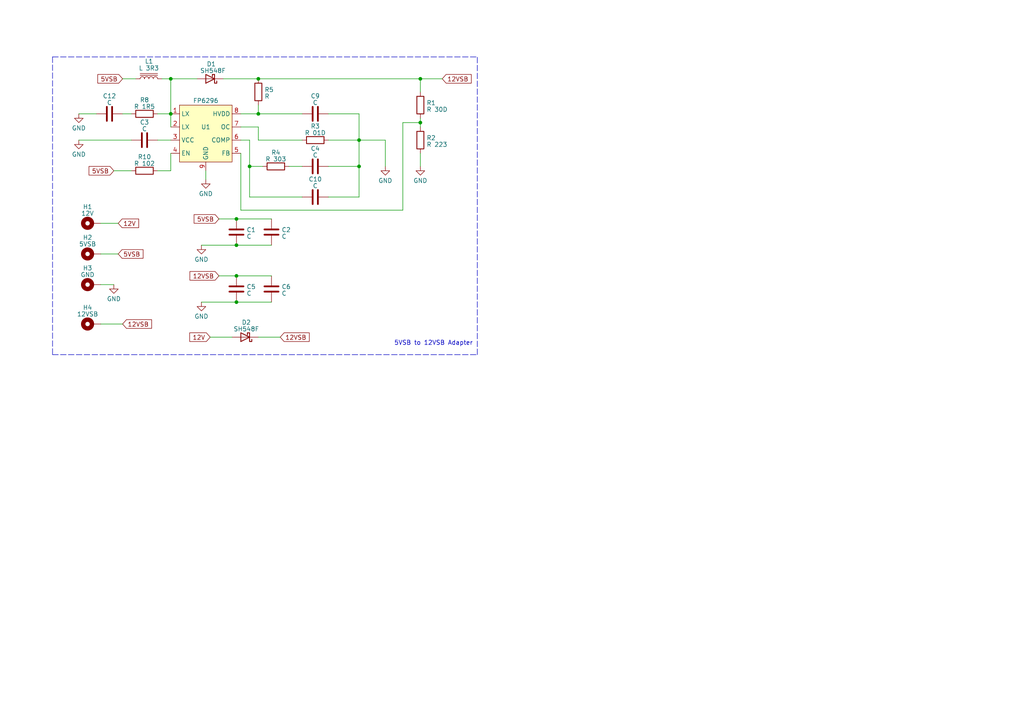
<source format=kicad_sch>
(kicad_sch (version 20230121) (generator eeschema)
  (paper "A4")
  (lib_symbols
    (symbol "12VSB Library:FP6296"
      (property "Reference" "U" (at 0 8.89 0))
      (symbol "FP6296_1_1"
        (rectangle (start -7.62 7.62) (end 7.62 -8.89) (fill (type background)))
        (pin passive line (at -10.16 5.08 0) (length 2.54) (name "LX") (number "1"))
        (pin passive line (at -10.16 1.27 0) (length 2.54) (name "LX") (number "2"))
        (pin passive line (at -10.16 -2.54 0) (length 2.54) (name "VCC") (number "3"))
        (pin passive line (at -10.16 -6.35 0) (length 2.54) (name "EN") (number "4"))
        (pin passive line (at 10.16 -6.35 180) (length 2.54) (name "FB") (number "5"))
        (pin passive line (at 10.16 -2.54 180) (length 2.54) (name "COMP") (number "6"))
        (pin passive line (at 10.16 1.27 180) (length 2.54) (name "OC") (number "7"))
        (pin passive line (at 10.16 5.08 180) (length 2.54) (name "HVDD") (number "8"))
        (pin passive line (at 0 -11.43 90) (length 2.54) (name "GND") (number "9"))
      )
    )
    (symbol "Device:C" (pin_numbers hide) (pin_names (offset 0.254))
      (property "Reference" "C" (at 0.635 2.54 0))
      (property "Value" "C" (at 0.635 -2.54 0))
      (symbol "C_0_1"
        (polyline (pts (xy -2.032 -0.762) (xy 2.032 -0.762)) (stroke (width 0.508)))
        (polyline (pts (xy -2.032 0.762) (xy 2.032 0.762)) (stroke (width 0.508)))
      )
      (symbol "C_1_1"
        (pin passive line (at 0 3.81 270) (length 2.794) (name "~") (number "1"))
        (pin passive line (at 0 -3.81 90) (length 2.794) (name "~") (number "2"))
      )
    )
    (symbol "Device:L_Iron" (pin_numbers hide) (pin_names (offset 1.016) hide)
      (property "Reference" "L" (at -1.27 0 90))
      (property "Value" "L_Iron" (at 2.794 0 90))
      (symbol "L_Iron_0_1"
        (arc (start 0 -2.54) (mid 0.6323 -1.905) (end 0 -1.27))
        (arc (start 0 -1.27) (mid 0.6323 -0.635) (end 0 0))
        (polyline (pts (xy 1.016 2.54) (xy 1.016 -2.54)))
        (polyline (pts (xy 1.524 -2.54) (xy 1.524 2.54)))
        (arc (start 0 0) (mid 0.6323 0.635) (end 0 1.27))
        (arc (start 0 1.27) (mid 0.6323 1.905) (end 0 2.54))
      )
      (symbol "L_Iron_1_1"
        (pin passive line (at 0 3.81 270) (length 1.27) (name "1") (number "1"))
        (pin passive line (at 0 -3.81 90) (length 1.27) (name "2") (number "2"))
      )
    )
    (symbol "Device:R" (pin_numbers hide) (pin_names (offset 0))
      (property "Reference" "R" (at 2.032 0 90))
      (property "Value" "R" (at 0 0 90))
      (symbol "R_0_1"
        (rectangle (start -1.016 -2.54) (end 1.016 2.54) (stroke (width 0.254)))
      )
      (symbol "R_1_1"
        (pin passive line (at 0 3.81 270) (length 1.27) (name "~") (number "1"))
        (pin passive line (at 0 -3.81 90) (length 1.27) (name "~") (number "2"))
      )
    )
    (symbol "Diode:1N5712" (pin_numbers hide) (pin_names (offset 1.016) hide)
      (property "Reference" "D" (at 0 2.54 0))
      (property "Value" "1N5712" (at 0 -2.54 0))
      (symbol "1N5712_0_1"
        (polyline (pts (xy 1.27 0) (xy -1.27 0)))
        (polyline (pts (xy 1.27 1.27) (xy 1.27 -1.27) (xy -1.27 0) (xy 1.27 1.27)) (stroke (width 0.254)))
        (polyline (pts (xy -1.905 0.635) (xy -1.905 1.27) (xy -1.27 1.27) (xy -1.27 -1.27) (xy -0.635 -1.27) (xy -0.635 -0.635)) (stroke (width 0.254)))
      )
      (symbol "1N5712_1_1"
        (pin passive line (at -3.81 0 0) (length 2.54) (name "K") (number "1"))
        (pin passive line (at 3.81 0 180) (length 2.54) (name "A") (number "2"))
      )
    )
    (symbol "Mechanical:MountingHole_Pad" (pin_numbers hide) (pin_names (offset 1.016) hide)
      (property "Reference" "H" (at 0 6.35 0))
      (property "Value" "MountingHole_Pad" (at 0 4.445 0))
      (symbol "MountingHole_Pad_0_1"
        (circle (center 0 1.27) (radius 1.27) (stroke (width 1.27)))
      )
      (symbol "MountingHole_Pad_1_1"
        (pin input line (at 0 -2.54 90) (length 2.54) (name "1") (number "1"))
      )
    )
    (symbol "power:GND" (power) (pin_names (offset 0))
      (property "Value" "GND" (at 0 -3.81 0))
      (symbol "GND_0_1"
        (polyline (pts (xy 0 0) (xy 0 -1.27) (xy 1.27 -1.27) (xy 0 -2.54) (xy -1.27 -1.27) (xy 0 -1.27)))
      )
      (symbol "GND_1_1"
        (pin power_in line (at 0 0 270) (length 0) hide (name "GND") (number "1"))
      )
    )
  )
  (junction (at 68.58 63.5))
  (junction (at 104.14 48.26))
  (junction (at 121.92 22.86))
  (junction (at 68.58 87.63))
  (junction (at 68.58 71.12))
  (junction (at 49.53 33.02))
  (junction (at 104.14 40.64))
  (junction (at 49.53 22.86))
  (junction (at 74.93 22.86))
  (junction (at 121.92 35.56))
  (junction (at 74.93 33.02))
  (junction (at 68.58 80.01))
  (junction (at 72.39 48.26))
  (wire (pts (xy 121.92 44.45) (xy 121.92 48.26)))
  (wire (pts (xy 22.86 40.64) (xy 38.1 40.64)))
  (wire (pts (xy 95.25 33.02) (xy 104.14 33.02)))
  (wire (pts (xy 29.21 64.77) (xy 34.29 64.77)))
  (wire (pts (xy 121.92 35.56) (xy 121.92 34.29)))
  (wire (pts (xy 29.21 73.66) (xy 34.29 73.66)))
  (wire (pts (xy 68.58 80.01) (xy 78.74 80.01)))
  (wire (pts (xy 68.58 87.63) (xy 78.74 87.63)))
  (wire (pts (xy 72.39 40.64) (xy 72.39 48.26)))
  (wire (pts (xy 74.93 97.79) (xy 81.28 97.79)))
  (wire (pts (xy 68.58 71.12) (xy 78.74 71.12)))
  (wire (pts (xy 49.53 22.86) (xy 57.15 22.86)))
  (wire (pts (xy 116.84 35.56) (xy 121.92 35.56)))
  (wire (pts (xy 69.85 40.64) (xy 72.39 40.64)))
  (wire (pts (xy 72.39 48.26) (xy 76.2 48.26)))
  (polyline (pts (xy 15.24 16.51) (xy 138.43 16.51)) (stroke (width 0) (type dash)))
  (wire (pts (xy 74.93 36.83) (xy 69.85 36.83)))
  (wire (pts (xy 45.72 33.02) (xy 49.53 33.02)))
  (wire (pts (xy 68.58 63.5) (xy 63.5 63.5)))
  (wire (pts (xy 60.96 97.79) (xy 67.31 97.79)))
  (wire (pts (xy 29.21 82.55) (xy 33.02 82.55)))
  (wire (pts (xy 72.39 57.15) (xy 87.63 57.15)))
  (wire (pts (xy 121.92 35.56) (xy 121.92 36.83)))
  (wire (pts (xy 104.14 40.64) (xy 104.14 48.26)))
  (wire (pts (xy 95.25 40.64) (xy 104.14 40.64)))
  (wire (pts (xy 35.56 22.86) (xy 39.37 22.86)))
  (polyline (pts (xy 15.24 16.51) (xy 15.24 102.87)) (stroke (width 0) (type dash)))
  (wire (pts (xy 64.77 22.86) (xy 74.93 22.86)))
  (wire (pts (xy 58.42 71.12) (xy 68.58 71.12)))
  (wire (pts (xy 95.25 57.15) (xy 104.14 57.15)))
  (wire (pts (xy 49.53 49.53) (xy 49.53 44.45)))
  (wire (pts (xy 116.84 60.96) (xy 116.84 35.56)))
  (wire (pts (xy 83.82 48.26) (xy 87.63 48.26)))
  (wire (pts (xy 74.93 22.86) (xy 121.92 22.86)))
  (wire (pts (xy 59.69 49.53) (xy 59.69 52.07)))
  (polyline (pts (xy 138.43 102.87) (xy 138.43 16.51)) (stroke (width 0) (type dash)))
  (wire (pts (xy 104.14 57.15) (xy 104.14 48.26)))
  (wire (pts (xy 121.92 22.86) (xy 121.92 26.67)))
  (wire (pts (xy 68.58 63.5) (xy 78.74 63.5)))
  (wire (pts (xy 95.25 48.26) (xy 104.14 48.26)))
  (wire (pts (xy 74.93 33.02) (xy 87.63 33.02)))
  (wire (pts (xy 104.14 40.64) (xy 111.76 40.64)))
  (wire (pts (xy 58.42 87.63) (xy 68.58 87.63)))
  (wire (pts (xy 33.02 49.53) (xy 38.1 49.53)))
  (wire (pts (xy 74.93 36.83) (xy 74.93 40.64)))
  (wire (pts (xy 69.85 60.96) (xy 116.84 60.96)))
  (wire (pts (xy 49.53 33.02) (xy 49.53 36.83)))
  (wire (pts (xy 74.93 33.02) (xy 74.93 30.48)))
  (wire (pts (xy 74.93 40.64) (xy 87.63 40.64)))
  (wire (pts (xy 29.21 93.98) (xy 35.56 93.98)))
  (polyline (pts (xy 15.24 102.87) (xy 138.43 102.87)) (stroke (width 0) (type dash)))
  (wire (pts (xy 121.92 22.86) (xy 128.27 22.86)))
  (wire (pts (xy 111.76 40.64) (xy 111.76 48.26)))
  (wire (pts (xy 69.85 44.45) (xy 69.85 60.96)))
  (wire (pts (xy 49.53 22.86) (xy 49.53 33.02)))
  (wire (pts (xy 45.72 40.64) (xy 49.53 40.64)))
  (wire (pts (xy 45.72 49.53) (xy 49.53 49.53)))
  (wire (pts (xy 46.99 22.86) (xy 49.53 22.86)))
  (wire (pts (xy 69.85 33.02) (xy 74.93 33.02)))
  (wire (pts (xy 104.14 33.02) (xy 104.14 40.64)))
  (wire (pts (xy 22.86 33.02) (xy 27.94 33.02)))
  (wire (pts (xy 72.39 57.15) (xy 72.39 48.26)))
  (wire (pts (xy 35.56 33.02) (xy 38.1 33.02)))
  (wire (pts (xy 68.58 80.01) (xy 63.5 80.01)))
  (text "5VSB to 12VSB Adapter" (at 114.3 100.33 0) (effects (font (size 1.27 1.27)) (justify left bottom)))
  (global_label "12VSB" (shape input) (at 35.56 93.98 0) (property "Intersheetrefs" "${INTERSHEET_REFS}" (effects hide)))
  (global_label "5VSB" (shape input) (at 34.29 73.66 0) (property "Intersheetrefs" "${INTERSHEET_REFS}" (effects hide)))
  (global_label "5VSB" (shape input) (at 63.5 63.5 180) (property "Intersheetrefs" "${INTERSHEET_REFS}" (effects hide)))
  (global_label "12V" (shape input) (at 60.96 97.79 180) (property "Intersheetrefs" "${INTERSHEET_REFS}" (effects hide)))
  (global_label "5VSB" (shape input) (at 33.02 49.53 180) (property "Intersheetrefs" "${INTERSHEET_REFS}" (effects hide)))
  (global_label "12VSB" (shape input) (at 81.28 97.79 0) (property "Intersheetrefs" "${INTERSHEET_REFS}" (effects hide)))
  (global_label "5VSB" (shape input) (at 35.56 22.86 180) (property "Intersheetrefs" "${INTERSHEET_REFS}" (effects hide)))
  (global_label "12VSB" (shape input) (at 63.5 80.01 180) (property "Intersheetrefs" "${INTERSHEET_REFS}" (effects hide)))
  (global_label "12V" (shape input) (at 34.29 64.77 0) (property "Intersheetrefs" "${INTERSHEET_REFS}" (effects hide)))
  (global_label "12VSB" (shape input) (at 128.27 22.86 0) (property "Intersheetrefs" "${INTERSHEET_REFS}" (effects hide)))
  (symbol (lib_id "power:GND") (at 22.86 40.64 0) (unit 1)
    (property "Reference" "#PWR07" (effects hide))
    (property "Value" "GND" (at 22.86 44.7755 0))
  )
  (symbol (lib_id "Device:C") (at 31.75 33.02 270) (unit 1)
    (property "Reference" "C12" (at 31.75 27.8511 90))
    (property "Value" "C" (at 31.75 29.7721 90))
    (property "Footprint" "Capacitor_SMD:C_0603_1608Metric" (effects hide))
  )
  (symbol (lib_id "power:GND") (at 58.42 87.63 0) (unit 1)
    (property "Reference" "#PWR01" (effects hide))
    (property "Value" "GND" (at 58.42 91.7655 0))
  )
  (symbol (lib_id "Mechanical:MountingHole_Pad") (at 26.67 73.66 90) (unit 1)
    (property "Reference" "H2" (at 25.4 68.8721 90))
    (property "Value" "5VSB" (at 25.4 70.7931 90))
    (property "Footprint" "MountingHole:MountingHole_2.2mm_M2_DIN965_Pad" (effects hide))
  )
  (symbol (lib_id "Device:R") (at 121.92 30.48 0) (unit 1)
    (property "Reference" "R1" (at 123.698 29.8363 0) (effects (justify left)))
    (property "Value" "R 30D" (at 123.698 31.7573 0) (effects (justify left)))
    (property "Footprint" "Resistor_SMD:R_0402_1005Metric" (effects hide))
  )
  (symbol (lib_id "Device:R") (at 41.91 49.53 90) (unit 1)
    (property "Reference" "R10" (at 41.91 45.5041 90))
    (property "Value" "R 102" (at 41.91 47.4251 90))
    (property "Footprint" "Resistor_SMD:R_0603_1608Metric" (effects hide))
  )
  (symbol (lib_id "Mechanical:MountingHole_Pad") (at 26.67 64.77 90) (unit 1)
    (property "Reference" "H1" (at 25.4 59.9821 90))
    (property "Value" "12V" (at 25.4 61.9031 90))
    (property "Footprint" "MountingHole:MountingHole_2.2mm_M2_DIN965_Pad" (effects hide))
  )
  (symbol (lib_id "Device:R") (at 41.91 33.02 90) (unit 1)
    (property "Reference" "R8" (at 41.91 28.9941 90))
    (property "Value" "R 1R5" (at 41.91 30.9151 90))
    (property "Footprint" "Resistor_SMD:R_0603_1608Metric" (effects hide))
  )
  (symbol (lib_id "Device:C") (at 78.74 67.31 0) (unit 1)
    (property "Reference" "C2" (at 81.661 66.6663 0) (effects (justify left)))
    (property "Value" "C" (at 81.661 68.5873 0) (effects (justify left)))
    (property "Footprint" "Capacitor_SMD:C_0805_2012Metric" (effects hide))
  )
  (symbol (lib_id "Device:C") (at 91.44 48.26 90) (unit 1)
    (property "Reference" "C4" (at 91.44 43.0911 90))
    (property "Value" "C" (at 91.44 45.0121 90))
    (property "Footprint" "Capacitor_SMD:C_0402_1005Metric" (effects hide))
  )
  (symbol (lib_id "power:GND") (at 58.42 71.12 0) (unit 1)
    (property "Reference" "#PWR08" (effects hide))
    (property "Value" "GND" (at 58.42 75.2555 0))
  )
  (symbol (lib_id "power:GND") (at 59.69 52.07 0) (unit 1)
    (property "Reference" "#PWR06" (effects hide))
    (property "Value" "GND" (at 59.69 56.2055 0))
  )
  (symbol (lib_id "Diode:1N5712") (at 71.12 97.79 180) (unit 1)
    (property "Reference" "D2" (at 71.4375 93.5101 0))
    (property "Value" "SH548F" (at 71.4375 95.4311 0))
    (property "Footprint" "12VSB Library:diode" (effects hide))
  )
  (symbol (lib_id "Device:R") (at 74.93 26.67 0) (unit 1)
    (property "Reference" "R5" (at 76.708 26.0263 0) (effects (justify left)))
    (property "Value" "R" (at 76.708 27.9473 0) (effects (justify left)))
    (property "Footprint" "Resistor_SMD:R_0603_1608Metric" (effects hide))
  )
  (symbol (lib_id "Device:C") (at 41.91 40.64 90) (unit 1)
    (property "Reference" "C3" (at 41.91 35.4711 90))
    (property "Value" "C" (at 41.91 37.3921 90))
    (property "Footprint" "Capacitor_SMD:C_0603_1608Metric" (effects hide))
  )
  (symbol (lib_id "Device:C") (at 78.74 83.82 0) (unit 1)
    (property "Reference" "C6" (at 81.661 83.1763 0) (effects (justify left)))
    (property "Value" "C" (at 81.661 85.0973 0) (effects (justify left)))
    (property "Footprint" "Capacitor_SMD:C_0805_2012Metric" (effects hide))
  )
  (symbol (lib_id "Device:R") (at 91.44 40.64 90) (unit 1)
    (property "Reference" "R3" (at 91.44 36.6141 90))
    (property "Value" "R 01D" (at 91.44 38.5351 90))
    (property "Footprint" "Resistor_SMD:R_0402_1005Metric" (effects hide))
  )
  (symbol (lib_id "power:GND") (at 111.76 48.26 0) (unit 1)
    (property "Reference" "#PWR05" (effects hide))
    (property "Value" "GND" (at 111.76 52.3955 0))
  )
  (symbol (lib_id "Device:C") (at 68.58 67.31 0) (unit 1)
    (property "Reference" "C1" (at 71.501 66.6663 0) (effects (justify left)))
    (property "Value" "C" (at 71.501 68.5873 0) (effects (justify left)))
    (property "Footprint" "Capacitor_SMD:C_0805_2012Metric" (effects hide))
  )
  (symbol (lib_id "power:GND") (at 22.86 33.02 0) (unit 1)
    (property "Reference" "#PWR09" (effects hide))
    (property "Value" "GND" (at 22.86 37.1555 0))
  )
  (symbol (lib_id "Device:R") (at 121.92 40.64 0) (unit 1)
    (property "Reference" "R2" (at 123.698 39.9963 0) (effects (justify left)))
    (property "Value" "R 223" (at 123.698 41.9173 0) (effects (justify left)))
    (property "Footprint" "Resistor_SMD:R_0402_1005Metric" (effects hide))
  )
  (symbol (lib_id "Mechanical:MountingHole_Pad") (at 26.67 82.55 90) (unit 1)
    (property "Reference" "H3" (at 25.4 77.7621 90))
    (property "Value" "GND" (at 25.4 79.6831 90))
    (property "Footprint" "MountingHole:MountingHole_2.2mm_M2_DIN965_Pad" (effects hide))
  )
  (symbol (lib_id "Device:C") (at 91.44 57.15 90) (unit 1)
    (property "Reference" "C10" (at 91.44 51.9811 90))
    (property "Value" "C" (at 91.44 53.9021 90))
    (property "Footprint" "Capacitor_SMD:C_0402_1005Metric" (effects hide))
  )
  (symbol (lib_id "Device:L_Iron") (at 43.18 22.86 90) (unit 1)
    (property "Reference" "L1" (at 44.45 17.78 90) (effects (justify left)))
    (property "Value" "L 3R3" (at 43.18 19.05 90) (effects (justify bottom)))
    (property "Footprint" "12VSB Library:INDM125125X800N" (effects hide))
  )
  (symbol (lib_id "Device:C") (at 91.44 33.02 90) (unit 1)
    (property "Reference" "C9" (at 91.44 27.8511 90))
    (property "Value" "C" (at 91.44 29.7721 90))
    (property "Footprint" "Capacitor_SMD:C_0603_1608Metric" (effects hide))
  )
  (symbol (lib_id "Device:C") (at 68.58 83.82 0) (unit 1)
    (property "Reference" "C5" (at 71.501 83.1763 0) (effects (justify left)))
    (property "Value" "C" (at 71.501 85.0973 0) (effects (justify left)))
    (property "Footprint" "Capacitor_SMD:C_0805_2012Metric" (effects hide))
  )
  (symbol (lib_id "12VSB Library:FP6296") (at 59.69 38.1 0) (unit 1)
    (property "Reference" "U1" (at 59.69 36.83 0))
    (property "Value" "FP6296" (at 59.69 29.21 0))
    (property "Footprint" "12VSB Library:FP6296" (effects hide))
  )
  (symbol (lib_id "Diode:1N5712") (at 60.96 22.86 180) (unit 1)
    (property "Reference" "D1" (at 61.2775 18.5801 0))
    (property "Value" " SH548F" (at 61.2775 20.5011 0))
    (property "Footprint" "12VSB Library:diode" (effects hide))
  )
  (symbol (lib_id "Device:R") (at 80.01 48.26 90) (unit 1)
    (property "Reference" "R4" (at 80.01 44.2341 90))
    (property "Value" "R 303" (at 80.01 46.1551 90))
    (property "Footprint" "Resistor_SMD:R_0402_1005Metric" (effects hide))
  )
  (symbol (lib_id "power:GND") (at 121.92 48.26 0) (unit 1)
    (property "Reference" "#PWR04" (effects hide))
    (property "Value" "GND" (at 121.92 52.3955 0))
  )
  (symbol (lib_id "Mechanical:MountingHole_Pad") (at 26.67 93.98 90) (unit 1)
    (property "Reference" "H4" (at 25.4 89.1921 90))
    (property "Value" "12VSB" (at 25.4 91.1131 90))
    (property "Footprint" "MountingHole:MountingHole_2.2mm_M2_DIN965_Pad" (effects hide))
  )
  (symbol (lib_id "power:GND") (at 33.02 82.55 0) (unit 1)
    (property "Reference" "#PWR02" (effects hide))
    (property "Value" "GND" (at 33.02 86.6855 0))
  )
)
</source>
